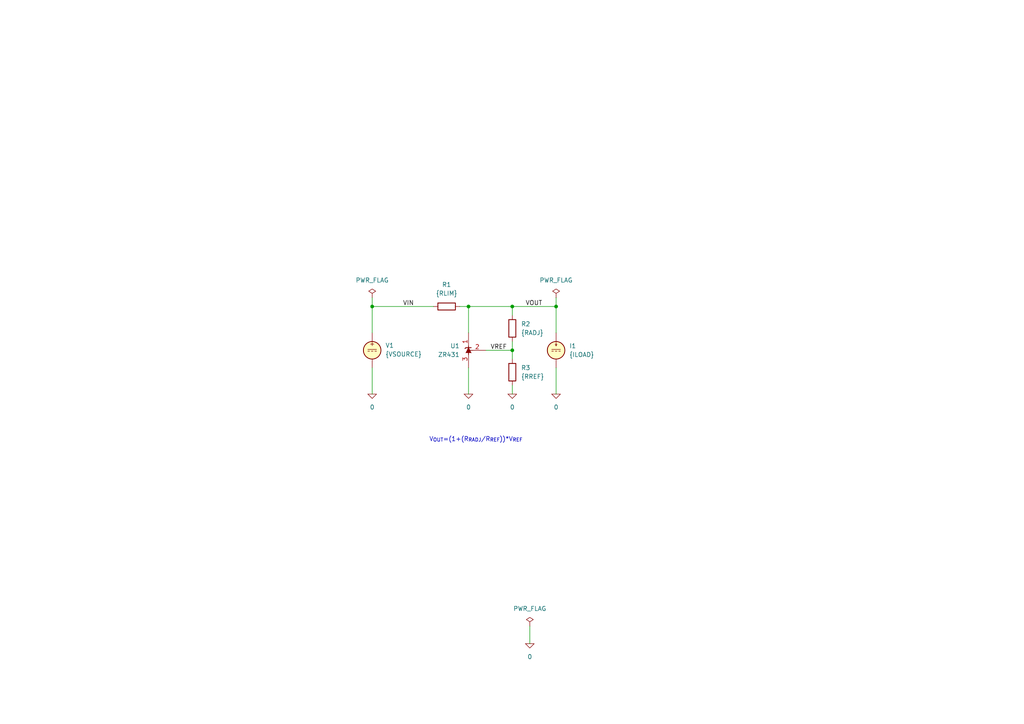
<source format=kicad_sch>
(kicad_sch
	(version 20231120)
	(generator "eeschema")
	(generator_version "8.0")
	(uuid "5aa0b7c7-3a9c-48e3-98c1-200bb742ad69")
	(paper "A4")
	(title_block
		(title "Output shunt regulator")
		(date "2024-12-25")
		(rev "2")
		(company "astroelectronic@")
		(comment 1 "-")
		(comment 2 "-")
		(comment 3 "-")
		(comment 4 "AE01020425")
	)
	(lib_symbols
		(symbol "ZR431:0"
			(power)
			(pin_names
				(offset 0)
			)
			(exclude_from_sim no)
			(in_bom yes)
			(on_board yes)
			(property "Reference" "#GND"
				(at 0 -2.54 0)
				(effects
					(font
						(size 1.27 1.27)
					)
					(hide yes)
				)
			)
			(property "Value" "0"
				(at 0 -1.778 0)
				(effects
					(font
						(size 1.27 1.27)
					)
				)
			)
			(property "Footprint" ""
				(at 0 0 0)
				(effects
					(font
						(size 1.27 1.27)
					)
					(hide yes)
				)
			)
			(property "Datasheet" "~"
				(at 0 0 0)
				(effects
					(font
						(size 1.27 1.27)
					)
					(hide yes)
				)
			)
			(property "Description" "0V reference potential for simulation"
				(at 0 0 0)
				(effects
					(font
						(size 1.27 1.27)
					)
					(hide yes)
				)
			)
			(property "ki_keywords" "simulation"
				(at 0 0 0)
				(effects
					(font
						(size 1.27 1.27)
					)
					(hide yes)
				)
			)
			(symbol "0_0_1"
				(polyline
					(pts
						(xy -1.27 0) (xy 0 -1.27) (xy 1.27 0) (xy -1.27 0)
					)
					(stroke
						(width 0)
						(type default)
					)
					(fill
						(type none)
					)
				)
			)
			(symbol "0_1_1"
				(pin power_in line
					(at 0 0 0)
					(length 0) hide
					(name "0"
						(effects
							(font
								(size 1.016 1.016)
							)
						)
					)
					(number "1"
						(effects
							(font
								(size 1.016 1.016)
							)
						)
					)
				)
			)
		)
		(symbol "ZR431:IDC"
			(pin_numbers hide)
			(pin_names
				(offset 0.0254)
			)
			(exclude_from_sim no)
			(in_bom yes)
			(on_board yes)
			(property "Reference" "I"
				(at 2.54 2.54 0)
				(effects
					(font
						(size 1.27 1.27)
					)
					(justify left)
				)
			)
			(property "Value" "1"
				(at 2.54 0 0)
				(effects
					(font
						(size 1.27 1.27)
					)
					(justify left)
				)
			)
			(property "Footprint" ""
				(at 0 0 0)
				(effects
					(font
						(size 1.27 1.27)
					)
					(hide yes)
				)
			)
			(property "Datasheet" "~"
				(at 0 0 0)
				(effects
					(font
						(size 1.27 1.27)
					)
					(hide yes)
				)
			)
			(property "Description" "Current source, DC"
				(at 0 0 0)
				(effects
					(font
						(size 1.27 1.27)
					)
					(hide yes)
				)
			)
			(property "Sim.Pins" "1=+ 2=-"
				(at 0 0 0)
				(effects
					(font
						(size 1.27 1.27)
					)
					(hide yes)
				)
			)
			(property "Sim.Type" "DC"
				(at 0 0 0)
				(effects
					(font
						(size 1.27 1.27)
					)
					(hide yes)
				)
			)
			(property "Sim.Device" "I"
				(at 0 0 0)
				(effects
					(font
						(size 1.27 1.27)
					)
					(justify left)
					(hide yes)
				)
			)
			(property "Spice_Netlist_Enabled" "Y"
				(at 0 0 0)
				(effects
					(font
						(size 1.27 1.27)
					)
					(justify left)
					(hide yes)
				)
			)
			(property "ki_keywords" "simulation"
				(at 0 0 0)
				(effects
					(font
						(size 1.27 1.27)
					)
					(hide yes)
				)
			)
			(symbol "IDC_0_0"
				(polyline
					(pts
						(xy -1.27 0.254) (xy 1.27 0.254)
					)
					(stroke
						(width 0)
						(type default)
					)
					(fill
						(type none)
					)
				)
				(polyline
					(pts
						(xy -0.762 -0.254) (xy -1.27 -0.254)
					)
					(stroke
						(width 0)
						(type default)
					)
					(fill
						(type none)
					)
				)
				(polyline
					(pts
						(xy 0.254 -0.254) (xy -0.254 -0.254)
					)
					(stroke
						(width 0)
						(type default)
					)
					(fill
						(type none)
					)
				)
				(polyline
					(pts
						(xy 1.27 -0.254) (xy 0.762 -0.254)
					)
					(stroke
						(width 0)
						(type default)
					)
					(fill
						(type none)
					)
				)
			)
			(symbol "IDC_0_1"
				(polyline
					(pts
						(xy 0 1.27) (xy 0 2.286)
					)
					(stroke
						(width 0)
						(type default)
					)
					(fill
						(type none)
					)
				)
				(polyline
					(pts
						(xy -0.254 1.778) (xy 0 1.27) (xy 0.254 1.778)
					)
					(stroke
						(width 0)
						(type default)
					)
					(fill
						(type none)
					)
				)
				(circle
					(center 0 0)
					(radius 2.54)
					(stroke
						(width 0.254)
						(type default)
					)
					(fill
						(type background)
					)
				)
			)
			(symbol "IDC_1_1"
				(pin passive line
					(at 0 5.08 270)
					(length 2.54)
					(name "~"
						(effects
							(font
								(size 1.27 1.27)
							)
						)
					)
					(number "1"
						(effects
							(font
								(size 1.27 1.27)
							)
						)
					)
				)
				(pin passive line
					(at 0 -5.08 90)
					(length 2.54)
					(name "~"
						(effects
							(font
								(size 1.27 1.27)
							)
						)
					)
					(number "2"
						(effects
							(font
								(size 1.27 1.27)
							)
						)
					)
				)
			)
		)
		(symbol "ZR431:PWR_FLAG"
			(power)
			(pin_numbers hide)
			(pin_names
				(offset 0) hide)
			(exclude_from_sim no)
			(in_bom yes)
			(on_board yes)
			(property "Reference" "#FLG"
				(at 0 1.905 0)
				(effects
					(font
						(size 1.27 1.27)
					)
					(hide yes)
				)
			)
			(property "Value" "PWR_FLAG"
				(at 0 3.81 0)
				(effects
					(font
						(size 1.27 1.27)
					)
				)
			)
			(property "Footprint" ""
				(at 0 0 0)
				(effects
					(font
						(size 1.27 1.27)
					)
					(hide yes)
				)
			)
			(property "Datasheet" "~"
				(at 0 0 0)
				(effects
					(font
						(size 1.27 1.27)
					)
					(hide yes)
				)
			)
			(property "Description" "Special symbol for telling ERC where power comes from"
				(at 0 0 0)
				(effects
					(font
						(size 1.27 1.27)
					)
					(hide yes)
				)
			)
			(property "ki_keywords" "power-flag"
				(at 0 0 0)
				(effects
					(font
						(size 1.27 1.27)
					)
					(hide yes)
				)
			)
			(symbol "PWR_FLAG_0_0"
				(pin power_out line
					(at 0 0 90)
					(length 0)
					(name "pwr"
						(effects
							(font
								(size 1.27 1.27)
							)
						)
					)
					(number "1"
						(effects
							(font
								(size 1.27 1.27)
							)
						)
					)
				)
			)
			(symbol "PWR_FLAG_0_1"
				(polyline
					(pts
						(xy 0 0) (xy 0 1.27) (xy -1.016 1.905) (xy 0 2.54) (xy 1.016 1.905) (xy 0 1.27)
					)
					(stroke
						(width 0)
						(type default)
					)
					(fill
						(type none)
					)
				)
			)
		)
		(symbol "ZR431:R"
			(pin_numbers hide)
			(pin_names
				(offset 0)
			)
			(exclude_from_sim no)
			(in_bom yes)
			(on_board yes)
			(property "Reference" "R"
				(at 2.032 0 90)
				(effects
					(font
						(size 1.27 1.27)
					)
				)
			)
			(property "Value" "R"
				(at 0 0 90)
				(effects
					(font
						(size 1.27 1.27)
					)
				)
			)
			(property "Footprint" ""
				(at -1.778 0 90)
				(effects
					(font
						(size 1.27 1.27)
					)
					(hide yes)
				)
			)
			(property "Datasheet" "~"
				(at 0 0 0)
				(effects
					(font
						(size 1.27 1.27)
					)
					(hide yes)
				)
			)
			(property "Description" "Resistor"
				(at 0 0 0)
				(effects
					(font
						(size 1.27 1.27)
					)
					(hide yes)
				)
			)
			(property "ki_keywords" "R res resistor"
				(at 0 0 0)
				(effects
					(font
						(size 1.27 1.27)
					)
					(hide yes)
				)
			)
			(property "ki_fp_filters" "R_*"
				(at 0 0 0)
				(effects
					(font
						(size 1.27 1.27)
					)
					(hide yes)
				)
			)
			(symbol "R_0_1"
				(rectangle
					(start -1.016 -2.54)
					(end 1.016 2.54)
					(stroke
						(width 0.254)
						(type default)
					)
					(fill
						(type none)
					)
				)
			)
			(symbol "R_1_1"
				(pin passive line
					(at 0 3.81 270)
					(length 1.27)
					(name "~"
						(effects
							(font
								(size 1.27 1.27)
							)
						)
					)
					(number "1"
						(effects
							(font
								(size 1.27 1.27)
							)
						)
					)
				)
				(pin passive line
					(at 0 -3.81 90)
					(length 1.27)
					(name "~"
						(effects
							(font
								(size 1.27 1.27)
							)
						)
					)
					(number "2"
						(effects
							(font
								(size 1.27 1.27)
							)
						)
					)
				)
			)
		)
		(symbol "ZR431:VDC"
			(pin_numbers hide)
			(pin_names
				(offset 0.0254)
			)
			(exclude_from_sim no)
			(in_bom yes)
			(on_board yes)
			(property "Reference" "V"
				(at 2.54 2.54 0)
				(effects
					(font
						(size 1.27 1.27)
					)
					(justify left)
				)
			)
			(property "Value" "1"
				(at 2.54 0 0)
				(effects
					(font
						(size 1.27 1.27)
					)
					(justify left)
				)
			)
			(property "Footprint" ""
				(at 0 0 0)
				(effects
					(font
						(size 1.27 1.27)
					)
					(hide yes)
				)
			)
			(property "Datasheet" "~"
				(at 0 0 0)
				(effects
					(font
						(size 1.27 1.27)
					)
					(hide yes)
				)
			)
			(property "Description" "Voltage source, DC"
				(at 0 0 0)
				(effects
					(font
						(size 1.27 1.27)
					)
					(hide yes)
				)
			)
			(property "Sim.Pins" "1=+ 2=-"
				(at 0 0 0)
				(effects
					(font
						(size 1.27 1.27)
					)
					(hide yes)
				)
			)
			(property "Sim.Type" "DC"
				(at 0 0 0)
				(effects
					(font
						(size 1.27 1.27)
					)
					(hide yes)
				)
			)
			(property "Sim.Device" "V"
				(at 0 0 0)
				(effects
					(font
						(size 1.27 1.27)
					)
					(justify left)
					(hide yes)
				)
			)
			(property "Spice_Netlist_Enabled" "Y"
				(at 0 0 0)
				(effects
					(font
						(size 1.27 1.27)
					)
					(justify left)
					(hide yes)
				)
			)
			(property "ki_keywords" "simulation"
				(at 0 0 0)
				(effects
					(font
						(size 1.27 1.27)
					)
					(hide yes)
				)
			)
			(symbol "VDC_0_0"
				(polyline
					(pts
						(xy -1.27 0.254) (xy 1.27 0.254)
					)
					(stroke
						(width 0)
						(type default)
					)
					(fill
						(type none)
					)
				)
				(polyline
					(pts
						(xy -0.762 -0.254) (xy -1.27 -0.254)
					)
					(stroke
						(width 0)
						(type default)
					)
					(fill
						(type none)
					)
				)
				(polyline
					(pts
						(xy 0.254 -0.254) (xy -0.254 -0.254)
					)
					(stroke
						(width 0)
						(type default)
					)
					(fill
						(type none)
					)
				)
				(polyline
					(pts
						(xy 1.27 -0.254) (xy 0.762 -0.254)
					)
					(stroke
						(width 0)
						(type default)
					)
					(fill
						(type none)
					)
				)
				(text "+"
					(at 0 1.905 0)
					(effects
						(font
							(size 1.27 1.27)
						)
					)
				)
			)
			(symbol "VDC_0_1"
				(circle
					(center 0 0)
					(radius 2.54)
					(stroke
						(width 0.254)
						(type default)
					)
					(fill
						(type background)
					)
				)
			)
			(symbol "VDC_1_1"
				(pin passive line
					(at 0 5.08 270)
					(length 2.54)
					(name "~"
						(effects
							(font
								(size 1.27 1.27)
							)
						)
					)
					(number "1"
						(effects
							(font
								(size 1.27 1.27)
							)
						)
					)
				)
				(pin passive line
					(at 0 -5.08 90)
					(length 2.54)
					(name "~"
						(effects
							(font
								(size 1.27 1.27)
							)
						)
					)
					(number "2"
						(effects
							(font
								(size 1.27 1.27)
							)
						)
					)
				)
			)
		)
		(symbol "ZR431:ZR431"
			(pin_names hide)
			(exclude_from_sim no)
			(in_bom yes)
			(on_board yes)
			(property "Reference" "U"
				(at 0 -2.54 0)
				(effects
					(font
						(size 1.27 1.27)
					)
				)
			)
			(property "Value" "ZR431"
				(at 0 -4.445 0)
				(effects
					(font
						(size 1.27 1.27)
					)
				)
			)
			(property "Footprint" ""
				(at 0 -6.35 0)
				(effects
					(font
						(size 1.27 1.27)
						(italic yes)
					)
					(hide yes)
				)
			)
			(property "Datasheet" "https://www.diodes.com/assets/Datasheets/ZR431.pdf"
				(at 0 -6.35 0)
				(effects
					(font
						(size 1.27 1.27)
						(italic yes)
					)
					(hide yes)
				)
			)
			(property "Description" "Shunt Regulator, SOT-23, SOT-223"
				(at 0 0 0)
				(effects
					(font
						(size 1.27 1.27)
					)
					(hide yes)
				)
			)
			(property "ki_keywords" "diode device shunt regulator. Simulation."
				(at 0 0 0)
				(effects
					(font
						(size 1.27 1.27)
					)
					(hide yes)
				)
			)
			(property "ki_fp_filters" "SOIC?8*3.9x4.9mm*P1.27mm*"
				(at 0 0 0)
				(effects
					(font
						(size 1.27 1.27)
					)
					(hide yes)
				)
			)
			(symbol "ZR431_0_1"
				(polyline
					(pts
						(xy -1.27 0) (xy 0 0) (xy 1.27 0)
					)
					(stroke
						(width 0)
						(type default)
					)
					(fill
						(type none)
					)
				)
				(polyline
					(pts
						(xy -0.762 0.762) (xy 0.762 0) (xy -0.762 -0.762)
					)
					(stroke
						(width 0)
						(type default)
					)
					(fill
						(type outline)
					)
				)
				(polyline
					(pts
						(xy 0.508 -1.016) (xy 0.762 -0.762) (xy 0.762 0.762) (xy 0.762 0.762)
					)
					(stroke
						(width 0.254)
						(type default)
					)
					(fill
						(type none)
					)
				)
			)
			(symbol "ZR431_1_1"
				(polyline
					(pts
						(xy 0 1.27) (xy 0 0)
					)
					(stroke
						(width 0)
						(type default)
					)
					(fill
						(type none)
					)
				)
				(pin passive line
					(at 5.08 0 180)
					(length 5.08)
					(name "K"
						(effects
							(font
								(size 1.27 1.27)
							)
						)
					)
					(number "1"
						(effects
							(font
								(size 1.27 1.27)
							)
						)
					)
				)
				(pin passive line
					(at 0 5.08 270)
					(length 5.08)
					(name "REF"
						(effects
							(font
								(size 1.27 1.27)
							)
						)
					)
					(number "2"
						(effects
							(font
								(size 1.27 1.27)
							)
						)
					)
				)
				(pin passive line
					(at -5.08 0 0)
					(length 5.08)
					(name "A"
						(effects
							(font
								(size 1.27 1.27)
							)
						)
					)
					(number "3"
						(effects
							(font
								(size 1.27 1.27)
							)
						)
					)
				)
			)
		)
	)
	(junction
		(at 135.89 88.9)
		(diameter 0)
		(color 0 0 0 0)
		(uuid "23d0f7da-8034-463c-a9da-a41529b507a9")
	)
	(junction
		(at 107.95 88.9)
		(diameter 0)
		(color 0 0 0 0)
		(uuid "336a90f2-664f-4632-8cca-82fba2b6f845")
	)
	(junction
		(at 148.59 88.9)
		(diameter 0)
		(color 0 0 0 0)
		(uuid "5febab66-59b2-481e-9f20-b4e92d0d7c50")
	)
	(junction
		(at 161.29 88.9)
		(diameter 0)
		(color 0 0 0 0)
		(uuid "e0e68ce9-e915-43f8-b76e-1ed988ceda9d")
	)
	(junction
		(at 148.59 101.6)
		(diameter 0)
		(color 0 0 0 0)
		(uuid "e5bfcfef-4a98-4265-9acd-6cea09e213f7")
	)
	(wire
		(pts
			(xy 161.29 106.68) (xy 161.29 114.3)
		)
		(stroke
			(width 0)
			(type default)
		)
		(uuid "0321bad2-9b19-41d9-af10-767c31fc6a13")
	)
	(wire
		(pts
			(xy 135.89 88.9) (xy 148.59 88.9)
		)
		(stroke
			(width 0)
			(type default)
		)
		(uuid "215d0783-d995-44a3-b052-2c6f83a64a4b")
	)
	(wire
		(pts
			(xy 161.29 86.36) (xy 161.29 88.9)
		)
		(stroke
			(width 0)
			(type default)
		)
		(uuid "3911c4da-672d-4d1f-ac7e-33660cb0c008")
	)
	(wire
		(pts
			(xy 161.29 88.9) (xy 148.59 88.9)
		)
		(stroke
			(width 0)
			(type default)
		)
		(uuid "4c8b6998-09ea-4e4e-923f-51e54a599fbf")
	)
	(wire
		(pts
			(xy 107.95 106.68) (xy 107.95 114.3)
		)
		(stroke
			(width 0)
			(type default)
		)
		(uuid "508d25d5-6748-4044-9d79-8c198e80f67b")
	)
	(wire
		(pts
			(xy 148.59 101.6) (xy 148.59 104.14)
		)
		(stroke
			(width 0)
			(type default)
		)
		(uuid "51044f7b-2afc-4b99-ae2e-00a07116c3ff")
	)
	(wire
		(pts
			(xy 148.59 101.6) (xy 148.59 99.06)
		)
		(stroke
			(width 0)
			(type default)
		)
		(uuid "6965cbb1-252c-4c32-9a56-9e7713ed099d")
	)
	(wire
		(pts
			(xy 148.59 88.9) (xy 148.59 91.44)
		)
		(stroke
			(width 0)
			(type default)
		)
		(uuid "6cde6c15-ba90-45ea-b6f2-5bac5bc8606b")
	)
	(wire
		(pts
			(xy 107.95 88.9) (xy 125.73 88.9)
		)
		(stroke
			(width 0)
			(type default)
		)
		(uuid "6eaa0be0-6c89-4bcc-8b81-e07de7c3f0a0")
	)
	(wire
		(pts
			(xy 140.97 101.6) (xy 148.59 101.6)
		)
		(stroke
			(width 0)
			(type default)
		)
		(uuid "86d8edb8-c410-40ef-837a-c2ddf123f8a0")
	)
	(wire
		(pts
			(xy 107.95 86.36) (xy 107.95 88.9)
		)
		(stroke
			(width 0)
			(type default)
		)
		(uuid "a86a10c3-cab0-4f90-82e0-6e5c8749737d")
	)
	(wire
		(pts
			(xy 148.59 111.76) (xy 148.59 114.3)
		)
		(stroke
			(width 0)
			(type default)
		)
		(uuid "c6b2a491-8ae1-4688-b69c-c7800d4179d5")
	)
	(wire
		(pts
			(xy 135.89 96.52) (xy 135.89 88.9)
		)
		(stroke
			(width 0)
			(type default)
		)
		(uuid "cc067578-b4fa-4ddb-bd9a-86e17d829706")
	)
	(wire
		(pts
			(xy 135.89 106.68) (xy 135.89 114.3)
		)
		(stroke
			(width 0)
			(type default)
		)
		(uuid "d20e8533-bb44-495d-995b-7805f52a355a")
	)
	(wire
		(pts
			(xy 161.29 96.52) (xy 161.29 88.9)
		)
		(stroke
			(width 0)
			(type default)
		)
		(uuid "e0b10ffa-313f-467e-a799-f1f62e0da9d0")
	)
	(wire
		(pts
			(xy 153.67 181.61) (xy 153.67 186.69)
		)
		(stroke
			(width 0)
			(type default)
		)
		(uuid "e8e50524-5d92-4bb3-94f5-f17b9ef3ac89")
	)
	(wire
		(pts
			(xy 107.95 88.9) (xy 107.95 96.52)
		)
		(stroke
			(width 0)
			(type default)
		)
		(uuid "f0066e1d-540a-4f76-8d11-9a217b75f9bd")
	)
	(wire
		(pts
			(xy 135.89 88.9) (xy 133.35 88.9)
		)
		(stroke
			(width 0)
			(type default)
		)
		(uuid "f8b067d3-6f87-44a0-840d-28a91152de9b")
	)
	(text "V_{OUT}=(1+(R_{RADJ}/R_{REF}))*V_{REF}"
		(exclude_from_sim no)
		(at 124.46 128.27 0)
		(effects
			(font
				(size 1.27 1.27)
			)
			(justify left bottom)
		)
		(uuid "ccd4da1f-9c6f-4cd8-984d-e78a1b9c582d")
	)
	(label "VREF"
		(at 142.24 101.6 0)
		(fields_autoplaced yes)
		(effects
			(font
				(size 1.27 1.27)
			)
			(justify left bottom)
		)
		(uuid "0c6813c9-44fb-4e67-a81d-1dd28c2e51ca")
	)
	(label "VIN"
		(at 116.84 88.9 0)
		(fields_autoplaced yes)
		(effects
			(font
				(size 1.27 1.27)
			)
			(justify left bottom)
		)
		(uuid "0ccd7bac-cdb2-4a68-a2e0-c4fbe09f904d")
	)
	(label "VOUT"
		(at 152.4 88.9 0)
		(fields_autoplaced yes)
		(effects
			(font
				(size 1.27 1.27)
			)
			(justify left bottom)
		)
		(uuid "84213ffe-2d82-477d-96e6-6fbc6744adf8")
	)
	(symbol
		(lib_id "ZR431:R")
		(at 148.59 107.95 0)
		(unit 1)
		(exclude_from_sim no)
		(in_bom yes)
		(on_board yes)
		(dnp no)
		(fields_autoplaced yes)
		(uuid "075cde2f-6f67-4e9e-8801-4b794c6a2f60")
		(property "Reference" "R3"
			(at 151.13 106.6799 0)
			(effects
				(font
					(size 1.27 1.27)
				)
				(justify left)
			)
		)
		(property "Value" "{RREF}"
			(at 151.13 109.2199 0)
			(effects
				(font
					(size 1.27 1.27)
				)
				(justify left)
			)
		)
		(property "Footprint" ""
			(at 146.812 107.95 90)
			(effects
				(font
					(size 1.27 1.27)
				)
				(hide yes)
			)
		)
		(property "Datasheet" "~"
			(at 148.59 107.95 0)
			(effects
				(font
					(size 1.27 1.27)
				)
				(hide yes)
			)
		)
		(property "Description" ""
			(at 148.59 107.95 0)
			(effects
				(font
					(size 1.27 1.27)
				)
				(hide yes)
			)
		)
		(pin "1"
			(uuid "f5af63e5-7bba-4200-b81c-6d6f595d1956")
		)
		(pin "2"
			(uuid "98bcc999-d585-4cf2-b3d5-355986694e7b")
		)
		(instances
			(project ""
				(path "/5aa0b7c7-3a9c-48e3-98c1-200bb742ad69"
					(reference "R3")
					(unit 1)
				)
			)
		)
	)
	(symbol
		(lib_id "ZR431:R")
		(at 129.54 88.9 90)
		(unit 1)
		(exclude_from_sim no)
		(in_bom yes)
		(on_board yes)
		(dnp no)
		(fields_autoplaced yes)
		(uuid "088b7fb5-d0e8-4ccf-8df6-eb81aab07f47")
		(property "Reference" "R1"
			(at 129.54 82.55 90)
			(effects
				(font
					(size 1.27 1.27)
				)
			)
		)
		(property "Value" "{RLIM}"
			(at 129.54 85.09 90)
			(effects
				(font
					(size 1.27 1.27)
				)
			)
		)
		(property "Footprint" ""
			(at 129.54 90.678 90)
			(effects
				(font
					(size 1.27 1.27)
				)
				(hide yes)
			)
		)
		(property "Datasheet" "~"
			(at 129.54 88.9 0)
			(effects
				(font
					(size 1.27 1.27)
				)
				(hide yes)
			)
		)
		(property "Description" ""
			(at 129.54 88.9 0)
			(effects
				(font
					(size 1.27 1.27)
				)
				(hide yes)
			)
		)
		(pin "1"
			(uuid "4d50fa86-570f-4ec7-8b57-ae1392113ad0")
		)
		(pin "2"
			(uuid "8a83eca8-fcaf-4b68-8a0b-6eae36d32d98")
		)
		(instances
			(project ""
				(path "/5aa0b7c7-3a9c-48e3-98c1-200bb742ad69"
					(reference "R1")
					(unit 1)
				)
			)
		)
	)
	(symbol
		(lib_id "ZR431:0")
		(at 135.89 114.3 0)
		(unit 1)
		(exclude_from_sim no)
		(in_bom yes)
		(on_board yes)
		(dnp no)
		(fields_autoplaced yes)
		(uuid "1f57e0b1-9d4c-470b-9506-30f90f849962")
		(property "Reference" "#GND0101"
			(at 135.89 116.84 0)
			(effects
				(font
					(size 1.27 1.27)
				)
				(hide yes)
			)
		)
		(property "Value" "0"
			(at 135.89 118.11 0)
			(effects
				(font
					(size 1.27 1.27)
				)
			)
		)
		(property "Footprint" ""
			(at 135.89 114.3 0)
			(effects
				(font
					(size 1.27 1.27)
				)
				(hide yes)
			)
		)
		(property "Datasheet" "~"
			(at 135.89 114.3 0)
			(effects
				(font
					(size 1.27 1.27)
				)
				(hide yes)
			)
		)
		(property "Description" ""
			(at 135.89 114.3 0)
			(effects
				(font
					(size 1.27 1.27)
				)
				(hide yes)
			)
		)
		(pin "1"
			(uuid "1f3afeaa-058e-4106-89fa-ff57c74e1d3c")
		)
		(instances
			(project ""
				(path "/5aa0b7c7-3a9c-48e3-98c1-200bb742ad69"
					(reference "#GND0101")
					(unit 1)
				)
			)
		)
	)
	(symbol
		(lib_id "ZR431:ZR431")
		(at 135.89 101.6 270)
		(mirror x)
		(unit 1)
		(exclude_from_sim no)
		(in_bom yes)
		(on_board yes)
		(dnp no)
		(fields_autoplaced yes)
		(uuid "3ca479cf-3241-4ece-bd7a-626cd519dc9d")
		(property "Reference" "U1"
			(at 133.35 100.3299 90)
			(effects
				(font
					(size 1.27 1.27)
				)
				(justify right)
			)
		)
		(property "Value" "ZR431"
			(at 133.35 102.8699 90)
			(effects
				(font
					(size 1.27 1.27)
				)
				(justify right)
			)
		)
		(property "Footprint" ""
			(at 129.54 101.6 0)
			(effects
				(font
					(size 1.27 1.27)
					(italic yes)
				)
				(hide yes)
			)
		)
		(property "Datasheet" "https://www.diodes.com/assets/Datasheets/ZR431.pdf"
			(at 129.54 101.6 0)
			(effects
				(font
					(size 1.27 1.27)
					(italic yes)
				)
				(hide yes)
			)
		)
		(property "Description" ""
			(at 135.89 101.6 0)
			(effects
				(font
					(size 1.27 1.27)
				)
				(hide yes)
			)
		)
		(property "Sim.Library" "C:\\AE\\ZR431\\_models\\ZR431.spice.txt"
			(at 135.89 101.6 0)
			(effects
				(font
					(size 1.27 1.27)
				)
				(hide yes)
			)
		)
		(property "Sim.Name" "ZR431"
			(at 135.89 101.6 0)
			(effects
				(font
					(size 1.27 1.27)
				)
				(hide yes)
			)
		)
		(property "Sim.Pins" "1=1 2=2 3=3"
			(at 0 0 0)
			(effects
				(font
					(size 1.27 1.27)
				)
				(hide yes)
			)
		)
		(property "Sim.Device" "SUBCKT"
			(at 135.89 101.6 0)
			(effects
				(font
					(size 1.27 1.27)
				)
				(hide yes)
			)
		)
		(pin "1"
			(uuid "7b0cc5e9-9561-4602-b7a0-4b9a0496aec0")
		)
		(pin "2"
			(uuid "b9a99398-7231-4492-b7c6-99172257e724")
		)
		(pin "3"
			(uuid "7d47609b-c53b-454c-9da0-266e1869292f")
		)
		(instances
			(project ""
				(path "/5aa0b7c7-3a9c-48e3-98c1-200bb742ad69"
					(reference "U1")
					(unit 1)
				)
			)
		)
	)
	(symbol
		(lib_id "ZR431:0")
		(at 107.95 114.3 0)
		(unit 1)
		(exclude_from_sim no)
		(in_bom yes)
		(on_board yes)
		(dnp no)
		(fields_autoplaced yes)
		(uuid "41b938df-df3a-4087-b28b-2717c6d965ee")
		(property "Reference" "#GND0105"
			(at 107.95 116.84 0)
			(effects
				(font
					(size 1.27 1.27)
				)
				(hide yes)
			)
		)
		(property "Value" "0"
			(at 107.95 118.11 0)
			(effects
				(font
					(size 1.27 1.27)
				)
			)
		)
		(property "Footprint" ""
			(at 107.95 114.3 0)
			(effects
				(font
					(size 1.27 1.27)
				)
				(hide yes)
			)
		)
		(property "Datasheet" "~"
			(at 107.95 114.3 0)
			(effects
				(font
					(size 1.27 1.27)
				)
				(hide yes)
			)
		)
		(property "Description" ""
			(at 107.95 114.3 0)
			(effects
				(font
					(size 1.27 1.27)
				)
				(hide yes)
			)
		)
		(pin "1"
			(uuid "20f7ebe3-c76b-4b94-9177-0cbf83cf5b6a")
		)
		(instances
			(project ""
				(path "/5aa0b7c7-3a9c-48e3-98c1-200bb742ad69"
					(reference "#GND0105")
					(unit 1)
				)
			)
		)
	)
	(symbol
		(lib_id "ZR431:0")
		(at 153.67 186.69 0)
		(unit 1)
		(exclude_from_sim no)
		(in_bom yes)
		(on_board yes)
		(dnp no)
		(fields_autoplaced yes)
		(uuid "4cb259d9-5703-48b2-aaaa-e5b88ec54867")
		(property "Reference" "#GND0104"
			(at 153.67 189.23 0)
			(effects
				(font
					(size 1.27 1.27)
				)
				(hide yes)
			)
		)
		(property "Value" "0"
			(at 153.67 190.5 0)
			(effects
				(font
					(size 1.27 1.27)
				)
			)
		)
		(property "Footprint" ""
			(at 153.67 186.69 0)
			(effects
				(font
					(size 1.27 1.27)
				)
				(hide yes)
			)
		)
		(property "Datasheet" "~"
			(at 153.67 186.69 0)
			(effects
				(font
					(size 1.27 1.27)
				)
				(hide yes)
			)
		)
		(property "Description" ""
			(at 153.67 186.69 0)
			(effects
				(font
					(size 1.27 1.27)
				)
				(hide yes)
			)
		)
		(pin "1"
			(uuid "c4747220-e886-4331-a1e0-265be97fc370")
		)
		(instances
			(project ""
				(path "/5aa0b7c7-3a9c-48e3-98c1-200bb742ad69"
					(reference "#GND0104")
					(unit 1)
				)
			)
		)
	)
	(symbol
		(lib_name "ZR431:IDC")
		(lib_id "ZR431:IDC")
		(at 161.29 101.6 0)
		(unit 1)
		(exclude_from_sim no)
		(in_bom yes)
		(on_board yes)
		(dnp no)
		(fields_autoplaced yes)
		(uuid "5d959b79-7c6b-4fef-9d19-bd7867f32600")
		(property "Reference" "I1"
			(at 165.1 100.3299 0)
			(effects
				(font
					(size 1.27 1.27)
				)
				(justify left)
			)
		)
		(property "Value" "{ILOAD}"
			(at 165.1 102.8699 0)
			(effects
				(font
					(size 1.27 1.27)
				)
				(justify left)
			)
		)
		(property "Footprint" ""
			(at 161.29 101.6 0)
			(effects
				(font
					(size 1.27 1.27)
				)
				(hide yes)
			)
		)
		(property "Datasheet" "~"
			(at 161.29 101.6 0)
			(effects
				(font
					(size 1.27 1.27)
				)
				(hide yes)
			)
		)
		(property "Description" ""
			(at 161.29 101.6 0)
			(effects
				(font
					(size 1.27 1.27)
				)
				(hide yes)
			)
		)
		(property "Sim.Device" "SPICE"
			(at 161.29 101.6 0)
			(effects
				(font
					(size 1.27 1.27)
				)
				(justify left)
				(hide yes)
			)
		)
		(property "Sim.Params" "type=\"I\" model=\"{ILOAD}\" lib=\"\""
			(at 0 0 0)
			(effects
				(font
					(size 1.27 1.27)
				)
				(hide yes)
			)
		)
		(property "Sim.Pins" "1=1 2=2"
			(at 0 0 0)
			(effects
				(font
					(size 1.27 1.27)
				)
				(hide yes)
			)
		)
		(pin "1"
			(uuid "d538a484-d5c8-4724-80a3-34e0eae26c37")
		)
		(pin "2"
			(uuid "76178952-9295-4a84-98f0-98a1539ac620")
		)
		(instances
			(project ""
				(path "/5aa0b7c7-3a9c-48e3-98c1-200bb742ad69"
					(reference "I1")
					(unit 1)
				)
			)
		)
	)
	(symbol
		(lib_id "ZR431:PWR_FLAG")
		(at 107.95 86.36 0)
		(unit 1)
		(exclude_from_sim no)
		(in_bom yes)
		(on_board yes)
		(dnp no)
		(fields_autoplaced yes)
		(uuid "612fbbda-2e54-4829-90af-e7d8b613e9ff")
		(property "Reference" "#FLG0101"
			(at 107.95 84.455 0)
			(effects
				(font
					(size 1.27 1.27)
				)
				(hide yes)
			)
		)
		(property "Value" "PWR_FLAG"
			(at 107.95 81.28 0)
			(effects
				(font
					(size 1.27 1.27)
				)
			)
		)
		(property "Footprint" ""
			(at 107.95 86.36 0)
			(effects
				(font
					(size 1.27 1.27)
				)
				(hide yes)
			)
		)
		(property "Datasheet" "~"
			(at 107.95 86.36 0)
			(effects
				(font
					(size 1.27 1.27)
				)
				(hide yes)
			)
		)
		(property "Description" ""
			(at 107.95 86.36 0)
			(effects
				(font
					(size 1.27 1.27)
				)
				(hide yes)
			)
		)
		(pin "1"
			(uuid "a94a3d29-b24a-417d-b096-fd7329b3655d")
		)
		(instances
			(project ""
				(path "/5aa0b7c7-3a9c-48e3-98c1-200bb742ad69"
					(reference "#FLG0101")
					(unit 1)
				)
			)
		)
	)
	(symbol
		(lib_name "ZR431:VDC")
		(lib_id "ZR431:VDC")
		(at 107.95 101.6 0)
		(unit 1)
		(exclude_from_sim no)
		(in_bom yes)
		(on_board yes)
		(dnp no)
		(fields_autoplaced yes)
		(uuid "8fa7c268-3617-4662-8a90-c7d8577dd6e8")
		(property "Reference" "V1"
			(at 111.76 100.2001 0)
			(effects
				(font
					(size 1.27 1.27)
				)
				(justify left)
			)
		)
		(property "Value" "{VSOURCE}"
			(at 111.76 102.7401 0)
			(effects
				(font
					(size 1.27 1.27)
				)
				(justify left)
			)
		)
		(property "Footprint" ""
			(at 107.95 101.6 0)
			(effects
				(font
					(size 1.27 1.27)
				)
				(hide yes)
			)
		)
		(property "Datasheet" "~"
			(at 107.95 101.6 0)
			(effects
				(font
					(size 1.27 1.27)
				)
				(hide yes)
			)
		)
		(property "Description" ""
			(at 107.95 101.6 0)
			(effects
				(font
					(size 1.27 1.27)
				)
				(hide yes)
			)
		)
		(property "Sim.Device" "SPICE"
			(at 107.95 101.6 0)
			(effects
				(font
					(size 1.27 1.27)
				)
				(justify left)
				(hide yes)
			)
		)
		(property "Sim.Params" "type=\"V\" model=\"{VSOURCE}\" lib=\"\""
			(at 0 0 0)
			(effects
				(font
					(size 1.27 1.27)
				)
				(hide yes)
			)
		)
		(property "Sim.Pins" "1=1 2=2"
			(at 0 0 0)
			(effects
				(font
					(size 1.27 1.27)
				)
				(hide yes)
			)
		)
		(pin "1"
			(uuid "b7c8aae5-eb43-4622-a93f-7f475fb5fce7")
		)
		(pin "2"
			(uuid "67149504-ed53-421a-a9c5-b4310e40aaf6")
		)
		(instances
			(project ""
				(path "/5aa0b7c7-3a9c-48e3-98c1-200bb742ad69"
					(reference "V1")
					(unit 1)
				)
			)
		)
	)
	(symbol
		(lib_id "ZR431:PWR_FLAG")
		(at 153.67 181.61 0)
		(unit 1)
		(exclude_from_sim no)
		(in_bom yes)
		(on_board yes)
		(dnp no)
		(fields_autoplaced yes)
		(uuid "ac6d1a28-f74e-4e3c-a055-e46b8e7c48d4")
		(property "Reference" "#FLG0103"
			(at 153.67 179.705 0)
			(effects
				(font
					(size 1.27 1.27)
				)
				(hide yes)
			)
		)
		(property "Value" "PWR_FLAG"
			(at 153.67 176.53 0)
			(effects
				(font
					(size 1.27 1.27)
				)
			)
		)
		(property "Footprint" ""
			(at 153.67 181.61 0)
			(effects
				(font
					(size 1.27 1.27)
				)
				(hide yes)
			)
		)
		(property "Datasheet" "~"
			(at 153.67 181.61 0)
			(effects
				(font
					(size 1.27 1.27)
				)
				(hide yes)
			)
		)
		(property "Description" ""
			(at 153.67 181.61 0)
			(effects
				(font
					(size 1.27 1.27)
				)
				(hide yes)
			)
		)
		(pin "1"
			(uuid "015c18f5-97b5-4965-8808-3873b5936c5e")
		)
		(instances
			(project ""
				(path "/5aa0b7c7-3a9c-48e3-98c1-200bb742ad69"
					(reference "#FLG0103")
					(unit 1)
				)
			)
		)
	)
	(symbol
		(lib_id "ZR431:0")
		(at 148.59 114.3 0)
		(unit 1)
		(exclude_from_sim no)
		(in_bom yes)
		(on_board yes)
		(dnp no)
		(fields_autoplaced yes)
		(uuid "c4b82b81-99d7-47be-8671-27a5623bae3b")
		(property "Reference" "#GND0103"
			(at 148.59 116.84 0)
			(effects
				(font
					(size 1.27 1.27)
				)
				(hide yes)
			)
		)
		(property "Value" "0"
			(at 148.59 118.11 0)
			(effects
				(font
					(size 1.27 1.27)
				)
			)
		)
		(property "Footprint" ""
			(at 148.59 114.3 0)
			(effects
				(font
					(size 1.27 1.27)
				)
				(hide yes)
			)
		)
		(property "Datasheet" "~"
			(at 148.59 114.3 0)
			(effects
				(font
					(size 1.27 1.27)
				)
				(hide yes)
			)
		)
		(property "Description" ""
			(at 148.59 114.3 0)
			(effects
				(font
					(size 1.27 1.27)
				)
				(hide yes)
			)
		)
		(pin "1"
			(uuid "eb5f5a7d-f87d-44c3-974c-ce372f598936")
		)
		(instances
			(project ""
				(path "/5aa0b7c7-3a9c-48e3-98c1-200bb742ad69"
					(reference "#GND0103")
					(unit 1)
				)
			)
		)
	)
	(symbol
		(lib_id "ZR431:0")
		(at 161.29 114.3 0)
		(unit 1)
		(exclude_from_sim no)
		(in_bom yes)
		(on_board yes)
		(dnp no)
		(fields_autoplaced yes)
		(uuid "caba3392-8484-4da5-bd86-57c4cec23b40")
		(property "Reference" "#GND0102"
			(at 161.29 116.84 0)
			(effects
				(font
					(size 1.27 1.27)
				)
				(hide yes)
			)
		)
		(property "Value" "0"
			(at 161.29 118.11 0)
			(effects
				(font
					(size 1.27 1.27)
				)
			)
		)
		(property "Footprint" ""
			(at 161.29 114.3 0)
			(effects
				(font
					(size 1.27 1.27)
				)
				(hide yes)
			)
		)
		(property "Datasheet" "~"
			(at 161.29 114.3 0)
			(effects
				(font
					(size 1.27 1.27)
				)
				(hide yes)
			)
		)
		(property "Description" ""
			(at 161.29 114.3 0)
			(effects
				(font
					(size 1.27 1.27)
				)
				(hide yes)
			)
		)
		(pin "1"
			(uuid "91e7bdd2-2c1d-4d37-9982-18301d8a985a")
		)
		(instances
			(project ""
				(path "/5aa0b7c7-3a9c-48e3-98c1-200bb742ad69"
					(reference "#GND0102")
					(unit 1)
				)
			)
		)
	)
	(symbol
		(lib_id "ZR431:R")
		(at 148.59 95.25 0)
		(unit 1)
		(exclude_from_sim no)
		(in_bom yes)
		(on_board yes)
		(dnp no)
		(fields_autoplaced yes)
		(uuid "d93ea53a-c926-4c87-8dc6-e24765e5cad6")
		(property "Reference" "R2"
			(at 151.13 93.9799 0)
			(effects
				(font
					(size 1.27 1.27)
				)
				(justify left)
			)
		)
		(property "Value" "{RADJ}"
			(at 151.13 96.5199 0)
			(effects
				(font
					(size 1.27 1.27)
				)
				(justify left)
			)
		)
		(property "Footprint" ""
			(at 146.812 95.25 90)
			(effects
				(font
					(size 1.27 1.27)
				)
				(hide yes)
			)
		)
		(property "Datasheet" "~"
			(at 148.59 95.25 0)
			(effects
				(font
					(size 1.27 1.27)
				)
				(hide yes)
			)
		)
		(property "Description" ""
			(at 148.59 95.25 0)
			(effects
				(font
					(size 1.27 1.27)
				)
				(hide yes)
			)
		)
		(pin "1"
			(uuid "8783c0e7-c2c5-46b6-9de5-4c1d03a0a270")
		)
		(pin "2"
			(uuid "df32d656-927b-4619-8ecd-a9fc92fab3ef")
		)
		(instances
			(project ""
				(path "/5aa0b7c7-3a9c-48e3-98c1-200bb742ad69"
					(reference "R2")
					(unit 1)
				)
			)
		)
	)
	(symbol
		(lib_id "ZR431:PWR_FLAG")
		(at 161.29 86.36 0)
		(unit 1)
		(exclude_from_sim no)
		(in_bom yes)
		(on_board yes)
		(dnp no)
		(fields_autoplaced yes)
		(uuid "f7c99839-83f8-4f90-8353-0c689ea8110f")
		(property "Reference" "#FLG0102"
			(at 161.29 84.455 0)
			(effects
				(font
					(size 1.27 1.27)
				)
				(hide yes)
			)
		)
		(property "Value" "PWR_FLAG"
			(at 161.29 81.28 0)
			(effects
				(font
					(size 1.27 1.27)
				)
			)
		)
		(property "Footprint" ""
			(at 161.29 86.36 0)
			(effects
				(font
					(size 1.27 1.27)
				)
				(hide yes)
			)
		)
		(property "Datasheet" "~"
			(at 161.29 86.36 0)
			(effects
				(font
					(size 1.27 1.27)
				)
				(hide yes)
			)
		)
		(property "Description" ""
			(at 161.29 86.36 0)
			(effects
				(font
					(size 1.27 1.27)
				)
				(hide yes)
			)
		)
		(pin "1"
			(uuid "b94b125f-3e18-4886-ae70-6031d087543e")
		)
		(instances
			(project ""
				(path "/5aa0b7c7-3a9c-48e3-98c1-200bb742ad69"
					(reference "#FLG0102")
					(unit 1)
				)
			)
		)
	)
	(sheet_instances
		(path "/"
			(page "1")
		)
	)
)

</source>
